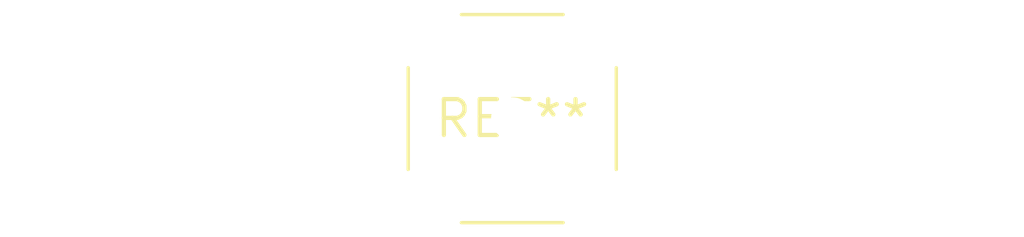
<source format=kicad_pcb>
(kicad_pcb (version 20240108) (generator pcbnew)
  (layers (0 "F.Cu" signal) (31 "B.Cu" signal) (34 "B.Paste" user) (35 "F.Paste" user) (36 "B.SilkS" user "B.Silkscreen") (37 "F.SilkS" user "F.Silkscreen") (38 "B.Mask" user) (39 "F.Mask" user) (44 "Edge.Cuts" user))
  (net 0 "")
  (footprint "SMA_Wurth_60312002114503_Vertical" (layer "F.Cu") (at 0 0)
    (property "Reference" "REF**")
    (property "Value" "SMA_Wurth_60312002114503_Vertical")
    (fp_line (start -3.68 -1.8) (end -3.68 1.8) (layer "F.SilkS") (stroke (width 0.12)))
    (fp_line (start -1.8 -3.68) (end 1.8 -3.68) (layer "F.SilkS") (stroke (width 0.12)))
    (fp_line (start -1.8 3.68) (end 1.8 3.68) (layer "F.SilkS") (stroke (width 0.12)))
    (fp_line (start 3.68 -1.8) (end 3.68 1.8) (layer "F.SilkS") (stroke (width 0.12)))
    (pad "1" thru_hole circle (at 0 0) (size 2.05 2.05) (drill 1.5) (layers *.Cu *.Mask) (remove_unused_layers))
    (pad "2" thru_hole circle (at -2.54 -2.54) (size 2.25 2.25) (drill 1.7) (layers *.Cu *.Mask) (remove_unused_layers))
    (pad "2" thru_hole circle (at -2.54 2.54) (size 2.25 2.25) (drill 1.7) (layers *.Cu *.Mask) (remove_unused_layers))
    (pad "2" thru_hole circle (at 2.54 -2.54) (size 2.25 2.25) (drill 1.7) (layers *.Cu *.Mask) (remove_unused_layers))
    (pad "2" thru_hole circle (at 2.54 2.54) (size 2.25 2.25) (drill 1.7) (layers *.Cu *.Mask) (remove_unused_layers))
  )
)
</source>
